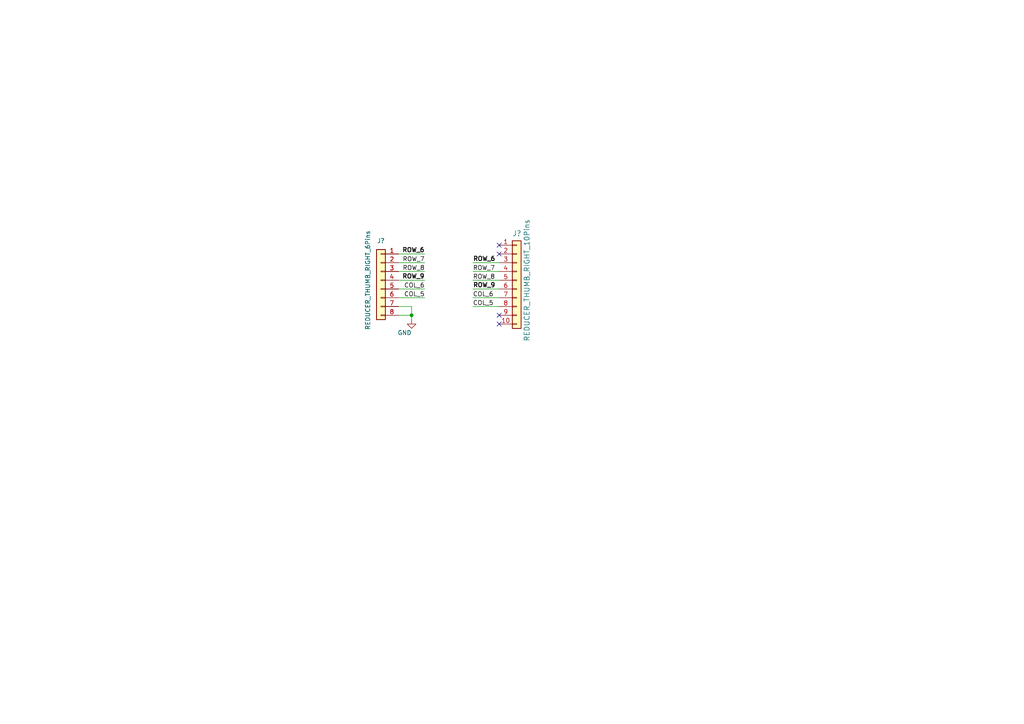
<source format=kicad_sch>
(kicad_sch (version 20230819) (generator eeschema)
  (paper "A4")
  (lib_symbols
    (symbol "Connector_Generic:Conn_01x08" (pin_names (offset 1.016) hide)
      (property "Reference" "J" (at 0 10.16 0))
      (property "Value" "Conn_01x08" (at 0 -12.7 0))
      (symbol "Conn_01x08_1_1"
        (rectangle (start -1.27 -10.033) (end 0 -10.287) (stroke (width 0.1524)))
        (rectangle (start -1.27 -7.493) (end 0 -7.747) (stroke (width 0.1524)))
        (rectangle (start -1.27 -4.953) (end 0 -5.207) (stroke (width 0.1524)))
        (rectangle (start -1.27 -2.413) (end 0 -2.667) (stroke (width 0.1524)))
        (rectangle (start -1.27 0.127) (end 0 -0.127) (stroke (width 0.1524)))
        (rectangle (start -1.27 2.667) (end 0 2.413) (stroke (width 0.1524)))
        (rectangle (start -1.27 5.207) (end 0 4.953) (stroke (width 0.1524)))
        (rectangle (start -1.27 7.747) (end 0 7.493) (stroke (width 0.1524)))
        (rectangle (start -1.27 8.89) (end 1.27 -11.43) (stroke (width 0.254)) (fill (type background)))
        (pin passive line (at -5.08 7.62 0) (length 3.81) (name "Pin_1") (number "1"))
        (pin passive line (at -5.08 5.08 0) (length 3.81) (name "Pin_2") (number "2"))
        (pin passive line (at -5.08 2.54 0) (length 3.81) (name "Pin_3") (number "3"))
        (pin passive line (at -5.08 0 0) (length 3.81) (name "Pin_4") (number "4"))
        (pin passive line (at -5.08 -2.54 0) (length 3.81) (name "Pin_5") (number "5"))
        (pin passive line (at -5.08 -5.08 0) (length 3.81) (name "Pin_6") (number "6"))
        (pin passive line (at -5.08 -7.62 0) (length 3.81) (name "Pin_7") (number "7"))
        (pin passive line (at -5.08 -10.16 0) (length 3.81) (name "Pin_8") (number "8"))
      )
    )
    (symbol "Connector_Generic:Conn_01x10" (pin_names (offset 1.016) hide)
      (property "Reference" "J" (at 0 12.7 0))
      (property "Value" "Conn_01x10" (at 0 -15.24 0))
      (symbol "Conn_01x10_1_1"
        (rectangle (start -1.27 -12.573) (end 0 -12.827) (stroke (width 0.1524)))
        (rectangle (start -1.27 -10.033) (end 0 -10.287) (stroke (width 0.1524)))
        (rectangle (start -1.27 -7.493) (end 0 -7.747) (stroke (width 0.1524)))
        (rectangle (start -1.27 -4.953) (end 0 -5.207) (stroke (width 0.1524)))
        (rectangle (start -1.27 -2.413) (end 0 -2.667) (stroke (width 0.1524)))
        (rectangle (start -1.27 0.127) (end 0 -0.127) (stroke (width 0.1524)))
        (rectangle (start -1.27 2.667) (end 0 2.413) (stroke (width 0.1524)))
        (rectangle (start -1.27 5.207) (end 0 4.953) (stroke (width 0.1524)))
        (rectangle (start -1.27 7.747) (end 0 7.493) (stroke (width 0.1524)))
        (rectangle (start -1.27 10.287) (end 0 10.033) (stroke (width 0.1524)))
        (rectangle (start -1.27 11.43) (end 1.27 -13.97) (stroke (width 0.254)) (fill (type background)))
        (pin passive line (at -5.08 10.16 0) (length 3.81) (name "Pin_1") (number "1"))
        (pin passive line (at -5.08 -12.7 0) (length 3.81) (name "Pin_10") (number "10"))
        (pin passive line (at -5.08 7.62 0) (length 3.81) (name "Pin_2") (number "2"))
        (pin passive line (at -5.08 5.08 0) (length 3.81) (name "Pin_3") (number "3"))
        (pin passive line (at -5.08 2.54 0) (length 3.81) (name "Pin_4") (number "4"))
        (pin passive line (at -5.08 0 0) (length 3.81) (name "Pin_5") (number "5"))
        (pin passive line (at -5.08 -2.54 0) (length 3.81) (name "Pin_6") (number "6"))
        (pin passive line (at -5.08 -5.08 0) (length 3.81) (name "Pin_7") (number "7"))
        (pin passive line (at -5.08 -7.62 0) (length 3.81) (name "Pin_8") (number "8"))
        (pin passive line (at -5.08 -10.16 0) (length 3.81) (name "Pin_9") (number "9"))
      )
    )
    (symbol "power:GND" (power) (pin_names (offset 0))
      (property "Value" "GND" (at 0 -3.81 0))
      (symbol "GND_0_1"
        (polyline (pts (xy 0 0) (xy 0 -1.27) (xy 1.27 -1.27) (xy 0 -2.54) (xy -1.27 -1.27) (xy 0 -1.27)))
      )
      (symbol "GND_1_1"
        (pin power_in line (at 0 0 270) (length 0) hide (name "GND") (number "1"))
      )
    )
  )
  (junction (at 119.38 91.44))
  (no_connect (at 144.78 91.44))
  (no_connect (at 144.78 73.66))
  (no_connect (at 144.78 71.12))
  (no_connect (at 144.78 93.98))
  (wire (pts (xy 137.16 78.74) (xy 144.78 78.74)))
  (wire (pts (xy 123.19 78.74) (xy 115.57 78.74)))
  (wire (pts (xy 123.19 73.66) (xy 115.57 73.66)))
  (wire (pts (xy 123.19 81.28) (xy 115.57 81.28)))
  (wire (pts (xy 119.38 91.44) (xy 115.57 91.44)))
  (wire (pts (xy 119.38 91.44) (xy 119.38 88.9)))
  (wire (pts (xy 137.16 83.82) (xy 144.78 83.82)))
  (wire (pts (xy 144.78 86.36) (xy 137.16 86.36)))
  (wire (pts (xy 137.16 88.9) (xy 144.78 88.9)))
  (wire (pts (xy 137.16 76.2) (xy 144.78 76.2)))
  (wire (pts (xy 115.57 83.82) (xy 123.19 83.82)))
  (wire (pts (xy 123.19 76.2) (xy 115.57 76.2)))
  (wire (pts (xy 137.16 81.28) (xy 144.78 81.28)))
  (wire (pts (xy 119.38 88.9) (xy 115.57 88.9)))
  (wire (pts (xy 123.19 86.36) (xy 115.57 86.36)))
  (wire (pts (xy 119.38 92.71) (xy 119.38 91.44)))
  (label "COL_6" (at 137.16 86.36 0))
  (label "ROW_9" (at 137.16 83.82 0) (effects (font (thickness 0.254) bold)))
  (label "ROW_6" (at 123.19 73.66 180) (effects (font (thickness 0.254) bold)))
  (label "COL_6" (at 123.19 83.82 180))
  (label "ROW_8" (at 137.16 81.28 0))
  (label "ROW_6" (at 137.16 76.2 0) (effects (font (thickness 0.254) bold)))
  (label "ROW_7" (at 123.19 76.2 180))
  (label "ROW_7" (at 137.16 78.74 0))
  (label "ROW_9" (at 123.19 81.28 180) (effects (font (thickness 0.254) bold)))
  (label "COL_5" (at 123.19 86.36 180))
  (label "ROW_8" (at 123.19 78.74 180))
  (label "COL_5" (at 137.16 88.9 0))
  (symbol (lib_id "Connector_Generic:Conn_01x10") (at 149.86 81.28 0) (unit 1)
    (property "Reference" "J?" (at 148.59 68.58 0) (effects (font (size 1.4986 1.4986)) (justify left bottom)))
    (property "Value" "REDUCER_THUMB_RIGHT_10Pins" (at 153.67 99.06 90) (effects (font (size 1.4986 1.4986)) (justify left bottom)))
    (property "Footprint" "Connector_PinHeader_2.54mm:PinHeader_1x10_P2.54mm_Vertical" (effects hide))
    (property "digikeypn" "WM14526-ND" (effects hide))
    (property "MPN" "39-53-2135" (effects hide))
    (property "mouserpn" "538-39-53-2135" (effects hide))
    (instances (project "kinesis_board" (path "" (reference "J?") (unit 1)) (path "" (reference "J14") (unit 1))) (project "kint" (path "" (reference "J?") (unit 1))))
  )
  (symbol (lib_id "power:GND") (at 119.38 92.71 0) (unit 1)
    (property "Reference" "#PWR015" (effects hide))
    (property "Value" "GND" (at 119.38 96.52 0) (effects (justify right)))
    (instances (project "kinesis_board" (path "" (reference "#PWR015") (unit 1)) (path "" (reference "#PWR018") (unit 1))) (project "kint" (path "" (reference "#PWR?") (unit 1))))
  )
  (symbol (lib_id "Connector_Generic:Conn_01x08") (at 110.49 81.28 0) (mirror y) (unit 1)
    (property "Reference" "J?" (at 110.49 69.85 0))
    (property "Value" "REDUCER_THUMB_RIGHT_6Pins" (at 106.68 81.28 90))
    (property "Footprint" "dodo_conn:84953-6" (effects hide))
    (property "Description" "Generic connector, single row, 01x08, script generated (kicad-library-utils/schlib/autogen/connector/)" (effects hide))
    (instances (project "kinesis_board" (path "" (reference "J?") (unit 1)) (path "" (reference "J13") (unit 1))))
  )
)
</source>
